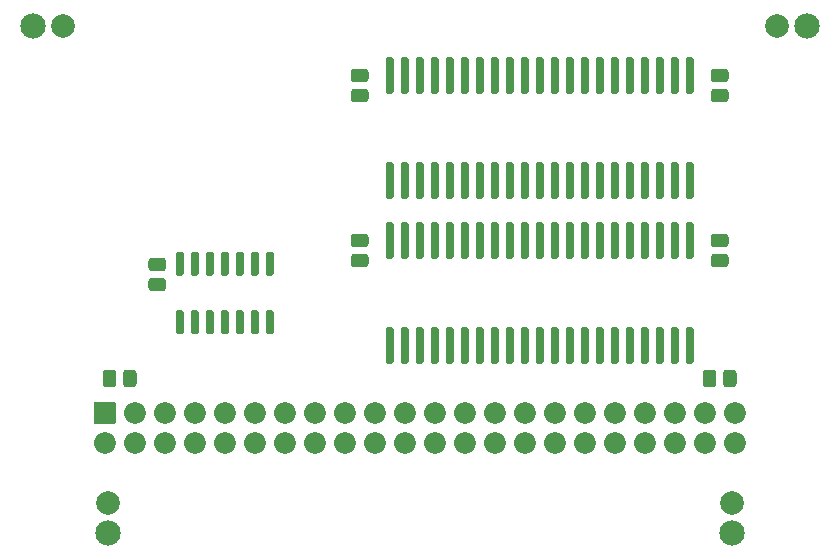
<source format=gts>
G04 #@! TF.GenerationSoftware,KiCad,Pcbnew,(5.1.10-1-10_14)*
G04 #@! TF.CreationDate,2021-11-18T23:27:22-05:00*
G04 #@! TF.ProjectId,MacClassicRAMCard,4d616343-6c61-4737-9369-6352414d4361,rev?*
G04 #@! TF.SameCoordinates,Original*
G04 #@! TF.FileFunction,Soldermask,Top*
G04 #@! TF.FilePolarity,Negative*
%FSLAX46Y46*%
G04 Gerber Fmt 4.6, Leading zero omitted, Abs format (unit mm)*
G04 Created by KiCad (PCBNEW (5.1.10-1-10_14)) date 2021-11-18 23:27:22*
%MOMM*%
%LPD*%
G01*
G04 APERTURE LIST*
%ADD10O,1.850000X1.850000*%
%ADD11C,2.000000*%
%ADD12C,2.150000*%
G04 APERTURE END LIST*
D10*
X147320000Y-125730000D03*
X147320000Y-123190000D03*
X144780000Y-125730000D03*
X144780000Y-123190000D03*
X142240000Y-125730000D03*
X142240000Y-123190000D03*
X139700000Y-125730000D03*
X139700000Y-123190000D03*
X137160000Y-125730000D03*
X137160000Y-123190000D03*
X134620000Y-125730000D03*
X134620000Y-123190000D03*
X132080000Y-125730000D03*
X132080000Y-123190000D03*
X129540000Y-125730000D03*
X129540000Y-123190000D03*
X127000000Y-125730000D03*
X127000000Y-123190000D03*
X124460000Y-125730000D03*
X124460000Y-123190000D03*
X121920000Y-125730000D03*
X121920000Y-123190000D03*
X119380000Y-125730000D03*
X119380000Y-123190000D03*
X116840000Y-125730000D03*
X116840000Y-123190000D03*
X114300000Y-125730000D03*
X114300000Y-123190000D03*
X111760000Y-125730000D03*
X111760000Y-123190000D03*
X109220000Y-125730000D03*
X109220000Y-123190000D03*
X106680000Y-125730000D03*
X106680000Y-123190000D03*
X104140000Y-125730000D03*
X104140000Y-123190000D03*
X101600000Y-125730000D03*
X101600000Y-123190000D03*
X99060000Y-125730000D03*
X99060000Y-123190000D03*
X96520000Y-125730000D03*
X96520000Y-123190000D03*
X93980000Y-125730000D03*
G36*
G01*
X94830000Y-124115000D02*
X93130000Y-124115000D01*
G75*
G02*
X93055000Y-124040000I0J75000D01*
G01*
X93055000Y-122340000D01*
G75*
G02*
X93130000Y-122265000I75000J0D01*
G01*
X94830000Y-122265000D01*
G75*
G02*
X94905000Y-122340000I0J-75000D01*
G01*
X94905000Y-124040000D01*
G75*
G02*
X94830000Y-124115000I-75000J0D01*
G01*
G37*
D11*
X147066000Y-130810000D03*
D12*
X94234000Y-133350000D03*
X147066000Y-133350000D03*
D11*
X94234000Y-130810000D03*
G36*
G01*
X115107500Y-109710000D02*
X116032500Y-109710000D01*
G75*
G02*
X116320000Y-109997500I0J-287500D01*
G01*
X116320000Y-110572500D01*
G75*
G02*
X116032500Y-110860000I-287500J0D01*
G01*
X115107500Y-110860000D01*
G75*
G02*
X114820000Y-110572500I0J287500D01*
G01*
X114820000Y-109997500D01*
G75*
G02*
X115107500Y-109710000I287500J0D01*
G01*
G37*
G36*
G01*
X115107500Y-108010000D02*
X116032500Y-108010000D01*
G75*
G02*
X116320000Y-108297500I0J-287500D01*
G01*
X116320000Y-108872500D01*
G75*
G02*
X116032500Y-109160000I-287500J0D01*
G01*
X115107500Y-109160000D01*
G75*
G02*
X114820000Y-108872500I0J287500D01*
G01*
X114820000Y-108297500D01*
G75*
G02*
X115107500Y-108010000I287500J0D01*
G01*
G37*
G36*
G01*
X146325000Y-120731500D02*
X146325000Y-119806500D01*
G75*
G02*
X146612500Y-119519000I287500J0D01*
G01*
X147187500Y-119519000D01*
G75*
G02*
X147475000Y-119806500I0J-287500D01*
G01*
X147475000Y-120731500D01*
G75*
G02*
X147187500Y-121019000I-287500J0D01*
G01*
X146612500Y-121019000D01*
G75*
G02*
X146325000Y-120731500I0J287500D01*
G01*
G37*
G36*
G01*
X144625000Y-120731500D02*
X144625000Y-119806500D01*
G75*
G02*
X144912500Y-119519000I287500J0D01*
G01*
X145487500Y-119519000D01*
G75*
G02*
X145775000Y-119806500I0J-287500D01*
G01*
X145775000Y-120731500D01*
G75*
G02*
X145487500Y-121019000I-287500J0D01*
G01*
X144912500Y-121019000D01*
G75*
G02*
X144625000Y-120731500I0J287500D01*
G01*
G37*
D12*
X87884000Y-90424000D03*
D11*
X90424000Y-90424000D03*
X150876000Y-90424000D03*
D12*
X153416000Y-90424000D03*
G36*
G01*
X145587500Y-95740000D02*
X146512500Y-95740000D01*
G75*
G02*
X146800000Y-96027500I0J-287500D01*
G01*
X146800000Y-96602500D01*
G75*
G02*
X146512500Y-96890000I-287500J0D01*
G01*
X145587500Y-96890000D01*
G75*
G02*
X145300000Y-96602500I0J287500D01*
G01*
X145300000Y-96027500D01*
G75*
G02*
X145587500Y-95740000I287500J0D01*
G01*
G37*
G36*
G01*
X145587500Y-94040000D02*
X146512500Y-94040000D01*
G75*
G02*
X146800000Y-94327500I0J-287500D01*
G01*
X146800000Y-94902500D01*
G75*
G02*
X146512500Y-95190000I-287500J0D01*
G01*
X145587500Y-95190000D01*
G75*
G02*
X145300000Y-94902500I0J287500D01*
G01*
X145300000Y-94327500D01*
G75*
G02*
X145587500Y-94040000I287500J0D01*
G01*
G37*
G36*
G01*
X115107500Y-95740000D02*
X116032500Y-95740000D01*
G75*
G02*
X116320000Y-96027500I0J-287500D01*
G01*
X116320000Y-96602500D01*
G75*
G02*
X116032500Y-96890000I-287500J0D01*
G01*
X115107500Y-96890000D01*
G75*
G02*
X114820000Y-96602500I0J287500D01*
G01*
X114820000Y-96027500D01*
G75*
G02*
X115107500Y-95740000I287500J0D01*
G01*
G37*
G36*
G01*
X115107500Y-94040000D02*
X116032500Y-94040000D01*
G75*
G02*
X116320000Y-94327500I0J-287500D01*
G01*
X116320000Y-94902500D01*
G75*
G02*
X116032500Y-95190000I-287500J0D01*
G01*
X115107500Y-95190000D01*
G75*
G02*
X114820000Y-94902500I0J287500D01*
G01*
X114820000Y-94327500D01*
G75*
G02*
X115107500Y-94040000I287500J0D01*
G01*
G37*
G36*
G01*
X145587500Y-108010000D02*
X146512500Y-108010000D01*
G75*
G02*
X146800000Y-108297500I0J-287500D01*
G01*
X146800000Y-108872500D01*
G75*
G02*
X146512500Y-109160000I-287500J0D01*
G01*
X145587500Y-109160000D01*
G75*
G02*
X145300000Y-108872500I0J287500D01*
G01*
X145300000Y-108297500D01*
G75*
G02*
X145587500Y-108010000I287500J0D01*
G01*
G37*
G36*
G01*
X145587500Y-109710000D02*
X146512500Y-109710000D01*
G75*
G02*
X146800000Y-109997500I0J-287500D01*
G01*
X146800000Y-110572500D01*
G75*
G02*
X146512500Y-110860000I-287500J0D01*
G01*
X145587500Y-110860000D01*
G75*
G02*
X145300000Y-110572500I0J287500D01*
G01*
X145300000Y-109997500D01*
G75*
G02*
X145587500Y-109710000I287500J0D01*
G01*
G37*
G36*
G01*
X97962500Y-110042000D02*
X98887500Y-110042000D01*
G75*
G02*
X99175000Y-110329500I0J-287500D01*
G01*
X99175000Y-110904500D01*
G75*
G02*
X98887500Y-111192000I-287500J0D01*
G01*
X97962500Y-111192000D01*
G75*
G02*
X97675000Y-110904500I0J287500D01*
G01*
X97675000Y-110329500D01*
G75*
G02*
X97962500Y-110042000I287500J0D01*
G01*
G37*
G36*
G01*
X97962500Y-111742000D02*
X98887500Y-111742000D01*
G75*
G02*
X99175000Y-112029500I0J-287500D01*
G01*
X99175000Y-112604500D01*
G75*
G02*
X98887500Y-112892000I-287500J0D01*
G01*
X97962500Y-112892000D01*
G75*
G02*
X97675000Y-112604500I0J287500D01*
G01*
X97675000Y-112029500D01*
G75*
G02*
X97962500Y-111742000I287500J0D01*
G01*
G37*
G36*
G01*
X100505000Y-111580000D02*
X100155000Y-111580000D01*
G75*
G02*
X99980000Y-111405000I0J175000D01*
G01*
X99980000Y-109705000D01*
G75*
G02*
X100155000Y-109530000I175000J0D01*
G01*
X100505000Y-109530000D01*
G75*
G02*
X100680000Y-109705000I0J-175000D01*
G01*
X100680000Y-111405000D01*
G75*
G02*
X100505000Y-111580000I-175000J0D01*
G01*
G37*
G36*
G01*
X108125000Y-116530000D02*
X107775000Y-116530000D01*
G75*
G02*
X107600000Y-116355000I0J175000D01*
G01*
X107600000Y-114655000D01*
G75*
G02*
X107775000Y-114480000I175000J0D01*
G01*
X108125000Y-114480000D01*
G75*
G02*
X108300000Y-114655000I0J-175000D01*
G01*
X108300000Y-116355000D01*
G75*
G02*
X108125000Y-116530000I-175000J0D01*
G01*
G37*
G36*
G01*
X103045000Y-111580000D02*
X102695000Y-111580000D01*
G75*
G02*
X102520000Y-111405000I0J175000D01*
G01*
X102520000Y-109705000D01*
G75*
G02*
X102695000Y-109530000I175000J0D01*
G01*
X103045000Y-109530000D01*
G75*
G02*
X103220000Y-109705000I0J-175000D01*
G01*
X103220000Y-111405000D01*
G75*
G02*
X103045000Y-111580000I-175000J0D01*
G01*
G37*
G36*
G01*
X108125000Y-111580000D02*
X107775000Y-111580000D01*
G75*
G02*
X107600000Y-111405000I0J175000D01*
G01*
X107600000Y-109705000D01*
G75*
G02*
X107775000Y-109530000I175000J0D01*
G01*
X108125000Y-109530000D01*
G75*
G02*
X108300000Y-109705000I0J-175000D01*
G01*
X108300000Y-111405000D01*
G75*
G02*
X108125000Y-111580000I-175000J0D01*
G01*
G37*
G36*
G01*
X101775000Y-111580000D02*
X101425000Y-111580000D01*
G75*
G02*
X101250000Y-111405000I0J175000D01*
G01*
X101250000Y-109705000D01*
G75*
G02*
X101425000Y-109530000I175000J0D01*
G01*
X101775000Y-109530000D01*
G75*
G02*
X101950000Y-109705000I0J-175000D01*
G01*
X101950000Y-111405000D01*
G75*
G02*
X101775000Y-111580000I-175000J0D01*
G01*
G37*
G36*
G01*
X106855000Y-116530000D02*
X106505000Y-116530000D01*
G75*
G02*
X106330000Y-116355000I0J175000D01*
G01*
X106330000Y-114655000D01*
G75*
G02*
X106505000Y-114480000I175000J0D01*
G01*
X106855000Y-114480000D01*
G75*
G02*
X107030000Y-114655000I0J-175000D01*
G01*
X107030000Y-116355000D01*
G75*
G02*
X106855000Y-116530000I-175000J0D01*
G01*
G37*
G36*
G01*
X106855000Y-111580000D02*
X106505000Y-111580000D01*
G75*
G02*
X106330000Y-111405000I0J175000D01*
G01*
X106330000Y-109705000D01*
G75*
G02*
X106505000Y-109530000I175000J0D01*
G01*
X106855000Y-109530000D01*
G75*
G02*
X107030000Y-109705000I0J-175000D01*
G01*
X107030000Y-111405000D01*
G75*
G02*
X106855000Y-111580000I-175000J0D01*
G01*
G37*
G36*
G01*
X105585000Y-111580000D02*
X105235000Y-111580000D01*
G75*
G02*
X105060000Y-111405000I0J175000D01*
G01*
X105060000Y-109705000D01*
G75*
G02*
X105235000Y-109530000I175000J0D01*
G01*
X105585000Y-109530000D01*
G75*
G02*
X105760000Y-109705000I0J-175000D01*
G01*
X105760000Y-111405000D01*
G75*
G02*
X105585000Y-111580000I-175000J0D01*
G01*
G37*
G36*
G01*
X104315000Y-111580000D02*
X103965000Y-111580000D01*
G75*
G02*
X103790000Y-111405000I0J175000D01*
G01*
X103790000Y-109705000D01*
G75*
G02*
X103965000Y-109530000I175000J0D01*
G01*
X104315000Y-109530000D01*
G75*
G02*
X104490000Y-109705000I0J-175000D01*
G01*
X104490000Y-111405000D01*
G75*
G02*
X104315000Y-111580000I-175000J0D01*
G01*
G37*
G36*
G01*
X101775000Y-116530000D02*
X101425000Y-116530000D01*
G75*
G02*
X101250000Y-116355000I0J175000D01*
G01*
X101250000Y-114655000D01*
G75*
G02*
X101425000Y-114480000I175000J0D01*
G01*
X101775000Y-114480000D01*
G75*
G02*
X101950000Y-114655000I0J-175000D01*
G01*
X101950000Y-116355000D01*
G75*
G02*
X101775000Y-116530000I-175000J0D01*
G01*
G37*
G36*
G01*
X100505000Y-116530000D02*
X100155000Y-116530000D01*
G75*
G02*
X99980000Y-116355000I0J175000D01*
G01*
X99980000Y-114655000D01*
G75*
G02*
X100155000Y-114480000I175000J0D01*
G01*
X100505000Y-114480000D01*
G75*
G02*
X100680000Y-114655000I0J-175000D01*
G01*
X100680000Y-116355000D01*
G75*
G02*
X100505000Y-116530000I-175000J0D01*
G01*
G37*
G36*
G01*
X104315000Y-116530000D02*
X103965000Y-116530000D01*
G75*
G02*
X103790000Y-116355000I0J175000D01*
G01*
X103790000Y-114655000D01*
G75*
G02*
X103965000Y-114480000I175000J0D01*
G01*
X104315000Y-114480000D01*
G75*
G02*
X104490000Y-114655000I0J-175000D01*
G01*
X104490000Y-116355000D01*
G75*
G02*
X104315000Y-116530000I-175000J0D01*
G01*
G37*
G36*
G01*
X103045000Y-116530000D02*
X102695000Y-116530000D01*
G75*
G02*
X102520000Y-116355000I0J175000D01*
G01*
X102520000Y-114655000D01*
G75*
G02*
X102695000Y-114480000I175000J0D01*
G01*
X103045000Y-114480000D01*
G75*
G02*
X103220000Y-114655000I0J-175000D01*
G01*
X103220000Y-116355000D01*
G75*
G02*
X103045000Y-116530000I-175000J0D01*
G01*
G37*
G36*
G01*
X105585000Y-116530000D02*
X105235000Y-116530000D01*
G75*
G02*
X105060000Y-116355000I0J175000D01*
G01*
X105060000Y-114655000D01*
G75*
G02*
X105235000Y-114480000I175000J0D01*
G01*
X105585000Y-114480000D01*
G75*
G02*
X105760000Y-114655000I0J-175000D01*
G01*
X105760000Y-116355000D01*
G75*
G02*
X105585000Y-116530000I-175000J0D01*
G01*
G37*
G36*
G01*
X96675000Y-119806500D02*
X96675000Y-120731500D01*
G75*
G02*
X96387500Y-121019000I-287500J0D01*
G01*
X95812500Y-121019000D01*
G75*
G02*
X95525000Y-120731500I0J287500D01*
G01*
X95525000Y-119806500D01*
G75*
G02*
X95812500Y-119519000I287500J0D01*
G01*
X96387500Y-119519000D01*
G75*
G02*
X96675000Y-119806500I0J-287500D01*
G01*
G37*
G36*
G01*
X94975000Y-119806500D02*
X94975000Y-120731500D01*
G75*
G02*
X94687500Y-121019000I-287500J0D01*
G01*
X94112500Y-121019000D01*
G75*
G02*
X93825000Y-120731500I0J287500D01*
G01*
X93825000Y-119806500D01*
G75*
G02*
X94112500Y-119519000I287500J0D01*
G01*
X94687500Y-119519000D01*
G75*
G02*
X94975000Y-119806500I0J-287500D01*
G01*
G37*
G36*
G01*
X125555000Y-101931000D02*
X125905000Y-101931000D01*
G75*
G02*
X126080000Y-102106000I0J-175000D01*
G01*
X126080000Y-104904000D01*
G75*
G02*
X125905000Y-105079000I-175000J0D01*
G01*
X125555000Y-105079000D01*
G75*
G02*
X125380000Y-104904000I0J175000D01*
G01*
X125380000Y-102106000D01*
G75*
G02*
X125555000Y-101931000I175000J0D01*
G01*
G37*
G36*
G01*
X124285000Y-101931000D02*
X124635000Y-101931000D01*
G75*
G02*
X124810000Y-102106000I0J-175000D01*
G01*
X124810000Y-104904000D01*
G75*
G02*
X124635000Y-105079000I-175000J0D01*
G01*
X124285000Y-105079000D01*
G75*
G02*
X124110000Y-104904000I0J175000D01*
G01*
X124110000Y-102106000D01*
G75*
G02*
X124285000Y-101931000I175000J0D01*
G01*
G37*
G36*
G01*
X126825000Y-93041000D02*
X127175000Y-93041000D01*
G75*
G02*
X127350000Y-93216000I0J-175000D01*
G01*
X127350000Y-96014000D01*
G75*
G02*
X127175000Y-96189000I-175000J0D01*
G01*
X126825000Y-96189000D01*
G75*
G02*
X126650000Y-96014000I0J175000D01*
G01*
X126650000Y-93216000D01*
G75*
G02*
X126825000Y-93041000I175000J0D01*
G01*
G37*
G36*
G01*
X134445000Y-93041000D02*
X134795000Y-93041000D01*
G75*
G02*
X134970000Y-93216000I0J-175000D01*
G01*
X134970000Y-96014000D01*
G75*
G02*
X134795000Y-96189000I-175000J0D01*
G01*
X134445000Y-96189000D01*
G75*
G02*
X134270000Y-96014000I0J175000D01*
G01*
X134270000Y-93216000D01*
G75*
G02*
X134445000Y-93041000I175000J0D01*
G01*
G37*
G36*
G01*
X136985000Y-93041000D02*
X137335000Y-93041000D01*
G75*
G02*
X137510000Y-93216000I0J-175000D01*
G01*
X137510000Y-96014000D01*
G75*
G02*
X137335000Y-96189000I-175000J0D01*
G01*
X136985000Y-96189000D01*
G75*
G02*
X136810000Y-96014000I0J175000D01*
G01*
X136810000Y-93216000D01*
G75*
G02*
X136985000Y-93041000I175000J0D01*
G01*
G37*
G36*
G01*
X143335000Y-93041000D02*
X143685000Y-93041000D01*
G75*
G02*
X143860000Y-93216000I0J-175000D01*
G01*
X143860000Y-96014000D01*
G75*
G02*
X143685000Y-96189000I-175000J0D01*
G01*
X143335000Y-96189000D01*
G75*
G02*
X143160000Y-96014000I0J175000D01*
G01*
X143160000Y-93216000D01*
G75*
G02*
X143335000Y-93041000I175000J0D01*
G01*
G37*
G36*
G01*
X142065000Y-93041000D02*
X142415000Y-93041000D01*
G75*
G02*
X142590000Y-93216000I0J-175000D01*
G01*
X142590000Y-96014000D01*
G75*
G02*
X142415000Y-96189000I-175000J0D01*
G01*
X142065000Y-96189000D01*
G75*
G02*
X141890000Y-96014000I0J175000D01*
G01*
X141890000Y-93216000D01*
G75*
G02*
X142065000Y-93041000I175000J0D01*
G01*
G37*
G36*
G01*
X140795000Y-93041000D02*
X141145000Y-93041000D01*
G75*
G02*
X141320000Y-93216000I0J-175000D01*
G01*
X141320000Y-96014000D01*
G75*
G02*
X141145000Y-96189000I-175000J0D01*
G01*
X140795000Y-96189000D01*
G75*
G02*
X140620000Y-96014000I0J175000D01*
G01*
X140620000Y-93216000D01*
G75*
G02*
X140795000Y-93041000I175000J0D01*
G01*
G37*
G36*
G01*
X139525000Y-93041000D02*
X139875000Y-93041000D01*
G75*
G02*
X140050000Y-93216000I0J-175000D01*
G01*
X140050000Y-96014000D01*
G75*
G02*
X139875000Y-96189000I-175000J0D01*
G01*
X139525000Y-96189000D01*
G75*
G02*
X139350000Y-96014000I0J175000D01*
G01*
X139350000Y-93216000D01*
G75*
G02*
X139525000Y-93041000I175000J0D01*
G01*
G37*
G36*
G01*
X138255000Y-93041000D02*
X138605000Y-93041000D01*
G75*
G02*
X138780000Y-93216000I0J-175000D01*
G01*
X138780000Y-96014000D01*
G75*
G02*
X138605000Y-96189000I-175000J0D01*
G01*
X138255000Y-96189000D01*
G75*
G02*
X138080000Y-96014000I0J175000D01*
G01*
X138080000Y-93216000D01*
G75*
G02*
X138255000Y-93041000I175000J0D01*
G01*
G37*
G36*
G01*
X133175000Y-93041000D02*
X133525000Y-93041000D01*
G75*
G02*
X133700000Y-93216000I0J-175000D01*
G01*
X133700000Y-96014000D01*
G75*
G02*
X133525000Y-96189000I-175000J0D01*
G01*
X133175000Y-96189000D01*
G75*
G02*
X133000000Y-96014000I0J175000D01*
G01*
X133000000Y-93216000D01*
G75*
G02*
X133175000Y-93041000I175000J0D01*
G01*
G37*
G36*
G01*
X131905000Y-93041000D02*
X132255000Y-93041000D01*
G75*
G02*
X132430000Y-93216000I0J-175000D01*
G01*
X132430000Y-96014000D01*
G75*
G02*
X132255000Y-96189000I-175000J0D01*
G01*
X131905000Y-96189000D01*
G75*
G02*
X131730000Y-96014000I0J175000D01*
G01*
X131730000Y-93216000D01*
G75*
G02*
X131905000Y-93041000I175000J0D01*
G01*
G37*
G36*
G01*
X130635000Y-93041000D02*
X130985000Y-93041000D01*
G75*
G02*
X131160000Y-93216000I0J-175000D01*
G01*
X131160000Y-96014000D01*
G75*
G02*
X130985000Y-96189000I-175000J0D01*
G01*
X130635000Y-96189000D01*
G75*
G02*
X130460000Y-96014000I0J175000D01*
G01*
X130460000Y-93216000D01*
G75*
G02*
X130635000Y-93041000I175000J0D01*
G01*
G37*
G36*
G01*
X129365000Y-93041000D02*
X129715000Y-93041000D01*
G75*
G02*
X129890000Y-93216000I0J-175000D01*
G01*
X129890000Y-96014000D01*
G75*
G02*
X129715000Y-96189000I-175000J0D01*
G01*
X129365000Y-96189000D01*
G75*
G02*
X129190000Y-96014000I0J175000D01*
G01*
X129190000Y-93216000D01*
G75*
G02*
X129365000Y-93041000I175000J0D01*
G01*
G37*
G36*
G01*
X128095000Y-93041000D02*
X128445000Y-93041000D01*
G75*
G02*
X128620000Y-93216000I0J-175000D01*
G01*
X128620000Y-96014000D01*
G75*
G02*
X128445000Y-96189000I-175000J0D01*
G01*
X128095000Y-96189000D01*
G75*
G02*
X127920000Y-96014000I0J175000D01*
G01*
X127920000Y-93216000D01*
G75*
G02*
X128095000Y-93041000I175000J0D01*
G01*
G37*
G36*
G01*
X117935000Y-101931000D02*
X118285000Y-101931000D01*
G75*
G02*
X118460000Y-102106000I0J-175000D01*
G01*
X118460000Y-104904000D01*
G75*
G02*
X118285000Y-105079000I-175000J0D01*
G01*
X117935000Y-105079000D01*
G75*
G02*
X117760000Y-104904000I0J175000D01*
G01*
X117760000Y-102106000D01*
G75*
G02*
X117935000Y-101931000I175000J0D01*
G01*
G37*
G36*
G01*
X119205000Y-101931000D02*
X119555000Y-101931000D01*
G75*
G02*
X119730000Y-102106000I0J-175000D01*
G01*
X119730000Y-104904000D01*
G75*
G02*
X119555000Y-105079000I-175000J0D01*
G01*
X119205000Y-105079000D01*
G75*
G02*
X119030000Y-104904000I0J175000D01*
G01*
X119030000Y-102106000D01*
G75*
G02*
X119205000Y-101931000I175000J0D01*
G01*
G37*
G36*
G01*
X120475000Y-101931000D02*
X120825000Y-101931000D01*
G75*
G02*
X121000000Y-102106000I0J-175000D01*
G01*
X121000000Y-104904000D01*
G75*
G02*
X120825000Y-105079000I-175000J0D01*
G01*
X120475000Y-105079000D01*
G75*
G02*
X120300000Y-104904000I0J175000D01*
G01*
X120300000Y-102106000D01*
G75*
G02*
X120475000Y-101931000I175000J0D01*
G01*
G37*
G36*
G01*
X121745000Y-101931000D02*
X122095000Y-101931000D01*
G75*
G02*
X122270000Y-102106000I0J-175000D01*
G01*
X122270000Y-104904000D01*
G75*
G02*
X122095000Y-105079000I-175000J0D01*
G01*
X121745000Y-105079000D01*
G75*
G02*
X121570000Y-104904000I0J175000D01*
G01*
X121570000Y-102106000D01*
G75*
G02*
X121745000Y-101931000I175000J0D01*
G01*
G37*
G36*
G01*
X123015000Y-101931000D02*
X123365000Y-101931000D01*
G75*
G02*
X123540000Y-102106000I0J-175000D01*
G01*
X123540000Y-104904000D01*
G75*
G02*
X123365000Y-105079000I-175000J0D01*
G01*
X123015000Y-105079000D01*
G75*
G02*
X122840000Y-104904000I0J175000D01*
G01*
X122840000Y-102106000D01*
G75*
G02*
X123015000Y-101931000I175000J0D01*
G01*
G37*
G36*
G01*
X135715000Y-93041000D02*
X136065000Y-93041000D01*
G75*
G02*
X136240000Y-93216000I0J-175000D01*
G01*
X136240000Y-96014000D01*
G75*
G02*
X136065000Y-96189000I-175000J0D01*
G01*
X135715000Y-96189000D01*
G75*
G02*
X135540000Y-96014000I0J175000D01*
G01*
X135540000Y-93216000D01*
G75*
G02*
X135715000Y-93041000I175000J0D01*
G01*
G37*
G36*
G01*
X125555000Y-93041000D02*
X125905000Y-93041000D01*
G75*
G02*
X126080000Y-93216000I0J-175000D01*
G01*
X126080000Y-96014000D01*
G75*
G02*
X125905000Y-96189000I-175000J0D01*
G01*
X125555000Y-96189000D01*
G75*
G02*
X125380000Y-96014000I0J175000D01*
G01*
X125380000Y-93216000D01*
G75*
G02*
X125555000Y-93041000I175000J0D01*
G01*
G37*
G36*
G01*
X124285000Y-93041000D02*
X124635000Y-93041000D01*
G75*
G02*
X124810000Y-93216000I0J-175000D01*
G01*
X124810000Y-96014000D01*
G75*
G02*
X124635000Y-96189000I-175000J0D01*
G01*
X124285000Y-96189000D01*
G75*
G02*
X124110000Y-96014000I0J175000D01*
G01*
X124110000Y-93216000D01*
G75*
G02*
X124285000Y-93041000I175000J0D01*
G01*
G37*
G36*
G01*
X123015000Y-93041000D02*
X123365000Y-93041000D01*
G75*
G02*
X123540000Y-93216000I0J-175000D01*
G01*
X123540000Y-96014000D01*
G75*
G02*
X123365000Y-96189000I-175000J0D01*
G01*
X123015000Y-96189000D01*
G75*
G02*
X122840000Y-96014000I0J175000D01*
G01*
X122840000Y-93216000D01*
G75*
G02*
X123015000Y-93041000I175000J0D01*
G01*
G37*
G36*
G01*
X121745000Y-93041000D02*
X122095000Y-93041000D01*
G75*
G02*
X122270000Y-93216000I0J-175000D01*
G01*
X122270000Y-96014000D01*
G75*
G02*
X122095000Y-96189000I-175000J0D01*
G01*
X121745000Y-96189000D01*
G75*
G02*
X121570000Y-96014000I0J175000D01*
G01*
X121570000Y-93216000D01*
G75*
G02*
X121745000Y-93041000I175000J0D01*
G01*
G37*
G36*
G01*
X120475000Y-93041000D02*
X120825000Y-93041000D01*
G75*
G02*
X121000000Y-93216000I0J-175000D01*
G01*
X121000000Y-96014000D01*
G75*
G02*
X120825000Y-96189000I-175000J0D01*
G01*
X120475000Y-96189000D01*
G75*
G02*
X120300000Y-96014000I0J175000D01*
G01*
X120300000Y-93216000D01*
G75*
G02*
X120475000Y-93041000I175000J0D01*
G01*
G37*
G36*
G01*
X135715000Y-101931000D02*
X136065000Y-101931000D01*
G75*
G02*
X136240000Y-102106000I0J-175000D01*
G01*
X136240000Y-104904000D01*
G75*
G02*
X136065000Y-105079000I-175000J0D01*
G01*
X135715000Y-105079000D01*
G75*
G02*
X135540000Y-104904000I0J175000D01*
G01*
X135540000Y-102106000D01*
G75*
G02*
X135715000Y-101931000I175000J0D01*
G01*
G37*
G36*
G01*
X134445000Y-101931000D02*
X134795000Y-101931000D01*
G75*
G02*
X134970000Y-102106000I0J-175000D01*
G01*
X134970000Y-104904000D01*
G75*
G02*
X134795000Y-105079000I-175000J0D01*
G01*
X134445000Y-105079000D01*
G75*
G02*
X134270000Y-104904000I0J175000D01*
G01*
X134270000Y-102106000D01*
G75*
G02*
X134445000Y-101931000I175000J0D01*
G01*
G37*
G36*
G01*
X126825000Y-101931000D02*
X127175000Y-101931000D01*
G75*
G02*
X127350000Y-102106000I0J-175000D01*
G01*
X127350000Y-104904000D01*
G75*
G02*
X127175000Y-105079000I-175000J0D01*
G01*
X126825000Y-105079000D01*
G75*
G02*
X126650000Y-104904000I0J175000D01*
G01*
X126650000Y-102106000D01*
G75*
G02*
X126825000Y-101931000I175000J0D01*
G01*
G37*
G36*
G01*
X128095000Y-101931000D02*
X128445000Y-101931000D01*
G75*
G02*
X128620000Y-102106000I0J-175000D01*
G01*
X128620000Y-104904000D01*
G75*
G02*
X128445000Y-105079000I-175000J0D01*
G01*
X128095000Y-105079000D01*
G75*
G02*
X127920000Y-104904000I0J175000D01*
G01*
X127920000Y-102106000D01*
G75*
G02*
X128095000Y-101931000I175000J0D01*
G01*
G37*
G36*
G01*
X129365000Y-101931000D02*
X129715000Y-101931000D01*
G75*
G02*
X129890000Y-102106000I0J-175000D01*
G01*
X129890000Y-104904000D01*
G75*
G02*
X129715000Y-105079000I-175000J0D01*
G01*
X129365000Y-105079000D01*
G75*
G02*
X129190000Y-104904000I0J175000D01*
G01*
X129190000Y-102106000D01*
G75*
G02*
X129365000Y-101931000I175000J0D01*
G01*
G37*
G36*
G01*
X130635000Y-101931000D02*
X130985000Y-101931000D01*
G75*
G02*
X131160000Y-102106000I0J-175000D01*
G01*
X131160000Y-104904000D01*
G75*
G02*
X130985000Y-105079000I-175000J0D01*
G01*
X130635000Y-105079000D01*
G75*
G02*
X130460000Y-104904000I0J175000D01*
G01*
X130460000Y-102106000D01*
G75*
G02*
X130635000Y-101931000I175000J0D01*
G01*
G37*
G36*
G01*
X131905000Y-101931000D02*
X132255000Y-101931000D01*
G75*
G02*
X132430000Y-102106000I0J-175000D01*
G01*
X132430000Y-104904000D01*
G75*
G02*
X132255000Y-105079000I-175000J0D01*
G01*
X131905000Y-105079000D01*
G75*
G02*
X131730000Y-104904000I0J175000D01*
G01*
X131730000Y-102106000D01*
G75*
G02*
X131905000Y-101931000I175000J0D01*
G01*
G37*
G36*
G01*
X133175000Y-101931000D02*
X133525000Y-101931000D01*
G75*
G02*
X133700000Y-102106000I0J-175000D01*
G01*
X133700000Y-104904000D01*
G75*
G02*
X133525000Y-105079000I-175000J0D01*
G01*
X133175000Y-105079000D01*
G75*
G02*
X133000000Y-104904000I0J175000D01*
G01*
X133000000Y-102106000D01*
G75*
G02*
X133175000Y-101931000I175000J0D01*
G01*
G37*
G36*
G01*
X136985000Y-101931000D02*
X137335000Y-101931000D01*
G75*
G02*
X137510000Y-102106000I0J-175000D01*
G01*
X137510000Y-104904000D01*
G75*
G02*
X137335000Y-105079000I-175000J0D01*
G01*
X136985000Y-105079000D01*
G75*
G02*
X136810000Y-104904000I0J175000D01*
G01*
X136810000Y-102106000D01*
G75*
G02*
X136985000Y-101931000I175000J0D01*
G01*
G37*
G36*
G01*
X138255000Y-101931000D02*
X138605000Y-101931000D01*
G75*
G02*
X138780000Y-102106000I0J-175000D01*
G01*
X138780000Y-104904000D01*
G75*
G02*
X138605000Y-105079000I-175000J0D01*
G01*
X138255000Y-105079000D01*
G75*
G02*
X138080000Y-104904000I0J175000D01*
G01*
X138080000Y-102106000D01*
G75*
G02*
X138255000Y-101931000I175000J0D01*
G01*
G37*
G36*
G01*
X140795000Y-101931000D02*
X141145000Y-101931000D01*
G75*
G02*
X141320000Y-102106000I0J-175000D01*
G01*
X141320000Y-104904000D01*
G75*
G02*
X141145000Y-105079000I-175000J0D01*
G01*
X140795000Y-105079000D01*
G75*
G02*
X140620000Y-104904000I0J175000D01*
G01*
X140620000Y-102106000D01*
G75*
G02*
X140795000Y-101931000I175000J0D01*
G01*
G37*
G36*
G01*
X139525000Y-101931000D02*
X139875000Y-101931000D01*
G75*
G02*
X140050000Y-102106000I0J-175000D01*
G01*
X140050000Y-104904000D01*
G75*
G02*
X139875000Y-105079000I-175000J0D01*
G01*
X139525000Y-105079000D01*
G75*
G02*
X139350000Y-104904000I0J175000D01*
G01*
X139350000Y-102106000D01*
G75*
G02*
X139525000Y-101931000I175000J0D01*
G01*
G37*
G36*
G01*
X117935000Y-93041000D02*
X118285000Y-93041000D01*
G75*
G02*
X118460000Y-93216000I0J-175000D01*
G01*
X118460000Y-96014000D01*
G75*
G02*
X118285000Y-96189000I-175000J0D01*
G01*
X117935000Y-96189000D01*
G75*
G02*
X117760000Y-96014000I0J175000D01*
G01*
X117760000Y-93216000D01*
G75*
G02*
X117935000Y-93041000I175000J0D01*
G01*
G37*
G36*
G01*
X119205000Y-93041000D02*
X119555000Y-93041000D01*
G75*
G02*
X119730000Y-93216000I0J-175000D01*
G01*
X119730000Y-96014000D01*
G75*
G02*
X119555000Y-96189000I-175000J0D01*
G01*
X119205000Y-96189000D01*
G75*
G02*
X119030000Y-96014000I0J175000D01*
G01*
X119030000Y-93216000D01*
G75*
G02*
X119205000Y-93041000I175000J0D01*
G01*
G37*
G36*
G01*
X143335000Y-101931000D02*
X143685000Y-101931000D01*
G75*
G02*
X143860000Y-102106000I0J-175000D01*
G01*
X143860000Y-104904000D01*
G75*
G02*
X143685000Y-105079000I-175000J0D01*
G01*
X143335000Y-105079000D01*
G75*
G02*
X143160000Y-104904000I0J175000D01*
G01*
X143160000Y-102106000D01*
G75*
G02*
X143335000Y-101931000I175000J0D01*
G01*
G37*
G36*
G01*
X142065000Y-101931000D02*
X142415000Y-101931000D01*
G75*
G02*
X142590000Y-102106000I0J-175000D01*
G01*
X142590000Y-104904000D01*
G75*
G02*
X142415000Y-105079000I-175000J0D01*
G01*
X142065000Y-105079000D01*
G75*
G02*
X141890000Y-104904000I0J175000D01*
G01*
X141890000Y-102106000D01*
G75*
G02*
X142065000Y-101931000I175000J0D01*
G01*
G37*
G36*
G01*
X142065000Y-115901000D02*
X142415000Y-115901000D01*
G75*
G02*
X142590000Y-116076000I0J-175000D01*
G01*
X142590000Y-118874000D01*
G75*
G02*
X142415000Y-119049000I-175000J0D01*
G01*
X142065000Y-119049000D01*
G75*
G02*
X141890000Y-118874000I0J175000D01*
G01*
X141890000Y-116076000D01*
G75*
G02*
X142065000Y-115901000I175000J0D01*
G01*
G37*
G36*
G01*
X143335000Y-115901000D02*
X143685000Y-115901000D01*
G75*
G02*
X143860000Y-116076000I0J-175000D01*
G01*
X143860000Y-118874000D01*
G75*
G02*
X143685000Y-119049000I-175000J0D01*
G01*
X143335000Y-119049000D01*
G75*
G02*
X143160000Y-118874000I0J175000D01*
G01*
X143160000Y-116076000D01*
G75*
G02*
X143335000Y-115901000I175000J0D01*
G01*
G37*
G36*
G01*
X119205000Y-107011000D02*
X119555000Y-107011000D01*
G75*
G02*
X119730000Y-107186000I0J-175000D01*
G01*
X119730000Y-109984000D01*
G75*
G02*
X119555000Y-110159000I-175000J0D01*
G01*
X119205000Y-110159000D01*
G75*
G02*
X119030000Y-109984000I0J175000D01*
G01*
X119030000Y-107186000D01*
G75*
G02*
X119205000Y-107011000I175000J0D01*
G01*
G37*
G36*
G01*
X117935000Y-107011000D02*
X118285000Y-107011000D01*
G75*
G02*
X118460000Y-107186000I0J-175000D01*
G01*
X118460000Y-109984000D01*
G75*
G02*
X118285000Y-110159000I-175000J0D01*
G01*
X117935000Y-110159000D01*
G75*
G02*
X117760000Y-109984000I0J175000D01*
G01*
X117760000Y-107186000D01*
G75*
G02*
X117935000Y-107011000I175000J0D01*
G01*
G37*
G36*
G01*
X139525000Y-115901000D02*
X139875000Y-115901000D01*
G75*
G02*
X140050000Y-116076000I0J-175000D01*
G01*
X140050000Y-118874000D01*
G75*
G02*
X139875000Y-119049000I-175000J0D01*
G01*
X139525000Y-119049000D01*
G75*
G02*
X139350000Y-118874000I0J175000D01*
G01*
X139350000Y-116076000D01*
G75*
G02*
X139525000Y-115901000I175000J0D01*
G01*
G37*
G36*
G01*
X140795000Y-115901000D02*
X141145000Y-115901000D01*
G75*
G02*
X141320000Y-116076000I0J-175000D01*
G01*
X141320000Y-118874000D01*
G75*
G02*
X141145000Y-119049000I-175000J0D01*
G01*
X140795000Y-119049000D01*
G75*
G02*
X140620000Y-118874000I0J175000D01*
G01*
X140620000Y-116076000D01*
G75*
G02*
X140795000Y-115901000I175000J0D01*
G01*
G37*
G36*
G01*
X138255000Y-115901000D02*
X138605000Y-115901000D01*
G75*
G02*
X138780000Y-116076000I0J-175000D01*
G01*
X138780000Y-118874000D01*
G75*
G02*
X138605000Y-119049000I-175000J0D01*
G01*
X138255000Y-119049000D01*
G75*
G02*
X138080000Y-118874000I0J175000D01*
G01*
X138080000Y-116076000D01*
G75*
G02*
X138255000Y-115901000I175000J0D01*
G01*
G37*
G36*
G01*
X136985000Y-115901000D02*
X137335000Y-115901000D01*
G75*
G02*
X137510000Y-116076000I0J-175000D01*
G01*
X137510000Y-118874000D01*
G75*
G02*
X137335000Y-119049000I-175000J0D01*
G01*
X136985000Y-119049000D01*
G75*
G02*
X136810000Y-118874000I0J175000D01*
G01*
X136810000Y-116076000D01*
G75*
G02*
X136985000Y-115901000I175000J0D01*
G01*
G37*
G36*
G01*
X133175000Y-115901000D02*
X133525000Y-115901000D01*
G75*
G02*
X133700000Y-116076000I0J-175000D01*
G01*
X133700000Y-118874000D01*
G75*
G02*
X133525000Y-119049000I-175000J0D01*
G01*
X133175000Y-119049000D01*
G75*
G02*
X133000000Y-118874000I0J175000D01*
G01*
X133000000Y-116076000D01*
G75*
G02*
X133175000Y-115901000I175000J0D01*
G01*
G37*
G36*
G01*
X131905000Y-115901000D02*
X132255000Y-115901000D01*
G75*
G02*
X132430000Y-116076000I0J-175000D01*
G01*
X132430000Y-118874000D01*
G75*
G02*
X132255000Y-119049000I-175000J0D01*
G01*
X131905000Y-119049000D01*
G75*
G02*
X131730000Y-118874000I0J175000D01*
G01*
X131730000Y-116076000D01*
G75*
G02*
X131905000Y-115901000I175000J0D01*
G01*
G37*
G36*
G01*
X130635000Y-115901000D02*
X130985000Y-115901000D01*
G75*
G02*
X131160000Y-116076000I0J-175000D01*
G01*
X131160000Y-118874000D01*
G75*
G02*
X130985000Y-119049000I-175000J0D01*
G01*
X130635000Y-119049000D01*
G75*
G02*
X130460000Y-118874000I0J175000D01*
G01*
X130460000Y-116076000D01*
G75*
G02*
X130635000Y-115901000I175000J0D01*
G01*
G37*
G36*
G01*
X129365000Y-115901000D02*
X129715000Y-115901000D01*
G75*
G02*
X129890000Y-116076000I0J-175000D01*
G01*
X129890000Y-118874000D01*
G75*
G02*
X129715000Y-119049000I-175000J0D01*
G01*
X129365000Y-119049000D01*
G75*
G02*
X129190000Y-118874000I0J175000D01*
G01*
X129190000Y-116076000D01*
G75*
G02*
X129365000Y-115901000I175000J0D01*
G01*
G37*
G36*
G01*
X128095000Y-115901000D02*
X128445000Y-115901000D01*
G75*
G02*
X128620000Y-116076000I0J-175000D01*
G01*
X128620000Y-118874000D01*
G75*
G02*
X128445000Y-119049000I-175000J0D01*
G01*
X128095000Y-119049000D01*
G75*
G02*
X127920000Y-118874000I0J175000D01*
G01*
X127920000Y-116076000D01*
G75*
G02*
X128095000Y-115901000I175000J0D01*
G01*
G37*
G36*
G01*
X126825000Y-115901000D02*
X127175000Y-115901000D01*
G75*
G02*
X127350000Y-116076000I0J-175000D01*
G01*
X127350000Y-118874000D01*
G75*
G02*
X127175000Y-119049000I-175000J0D01*
G01*
X126825000Y-119049000D01*
G75*
G02*
X126650000Y-118874000I0J175000D01*
G01*
X126650000Y-116076000D01*
G75*
G02*
X126825000Y-115901000I175000J0D01*
G01*
G37*
G36*
G01*
X134445000Y-115901000D02*
X134795000Y-115901000D01*
G75*
G02*
X134970000Y-116076000I0J-175000D01*
G01*
X134970000Y-118874000D01*
G75*
G02*
X134795000Y-119049000I-175000J0D01*
G01*
X134445000Y-119049000D01*
G75*
G02*
X134270000Y-118874000I0J175000D01*
G01*
X134270000Y-116076000D01*
G75*
G02*
X134445000Y-115901000I175000J0D01*
G01*
G37*
G36*
G01*
X135715000Y-115901000D02*
X136065000Y-115901000D01*
G75*
G02*
X136240000Y-116076000I0J-175000D01*
G01*
X136240000Y-118874000D01*
G75*
G02*
X136065000Y-119049000I-175000J0D01*
G01*
X135715000Y-119049000D01*
G75*
G02*
X135540000Y-118874000I0J175000D01*
G01*
X135540000Y-116076000D01*
G75*
G02*
X135715000Y-115901000I175000J0D01*
G01*
G37*
G36*
G01*
X120475000Y-107011000D02*
X120825000Y-107011000D01*
G75*
G02*
X121000000Y-107186000I0J-175000D01*
G01*
X121000000Y-109984000D01*
G75*
G02*
X120825000Y-110159000I-175000J0D01*
G01*
X120475000Y-110159000D01*
G75*
G02*
X120300000Y-109984000I0J175000D01*
G01*
X120300000Y-107186000D01*
G75*
G02*
X120475000Y-107011000I175000J0D01*
G01*
G37*
G36*
G01*
X121745000Y-107011000D02*
X122095000Y-107011000D01*
G75*
G02*
X122270000Y-107186000I0J-175000D01*
G01*
X122270000Y-109984000D01*
G75*
G02*
X122095000Y-110159000I-175000J0D01*
G01*
X121745000Y-110159000D01*
G75*
G02*
X121570000Y-109984000I0J175000D01*
G01*
X121570000Y-107186000D01*
G75*
G02*
X121745000Y-107011000I175000J0D01*
G01*
G37*
G36*
G01*
X123015000Y-107011000D02*
X123365000Y-107011000D01*
G75*
G02*
X123540000Y-107186000I0J-175000D01*
G01*
X123540000Y-109984000D01*
G75*
G02*
X123365000Y-110159000I-175000J0D01*
G01*
X123015000Y-110159000D01*
G75*
G02*
X122840000Y-109984000I0J175000D01*
G01*
X122840000Y-107186000D01*
G75*
G02*
X123015000Y-107011000I175000J0D01*
G01*
G37*
G36*
G01*
X124285000Y-107011000D02*
X124635000Y-107011000D01*
G75*
G02*
X124810000Y-107186000I0J-175000D01*
G01*
X124810000Y-109984000D01*
G75*
G02*
X124635000Y-110159000I-175000J0D01*
G01*
X124285000Y-110159000D01*
G75*
G02*
X124110000Y-109984000I0J175000D01*
G01*
X124110000Y-107186000D01*
G75*
G02*
X124285000Y-107011000I175000J0D01*
G01*
G37*
G36*
G01*
X125555000Y-107011000D02*
X125905000Y-107011000D01*
G75*
G02*
X126080000Y-107186000I0J-175000D01*
G01*
X126080000Y-109984000D01*
G75*
G02*
X125905000Y-110159000I-175000J0D01*
G01*
X125555000Y-110159000D01*
G75*
G02*
X125380000Y-109984000I0J175000D01*
G01*
X125380000Y-107186000D01*
G75*
G02*
X125555000Y-107011000I175000J0D01*
G01*
G37*
G36*
G01*
X135715000Y-107011000D02*
X136065000Y-107011000D01*
G75*
G02*
X136240000Y-107186000I0J-175000D01*
G01*
X136240000Y-109984000D01*
G75*
G02*
X136065000Y-110159000I-175000J0D01*
G01*
X135715000Y-110159000D01*
G75*
G02*
X135540000Y-109984000I0J175000D01*
G01*
X135540000Y-107186000D01*
G75*
G02*
X135715000Y-107011000I175000J0D01*
G01*
G37*
G36*
G01*
X123015000Y-115901000D02*
X123365000Y-115901000D01*
G75*
G02*
X123540000Y-116076000I0J-175000D01*
G01*
X123540000Y-118874000D01*
G75*
G02*
X123365000Y-119049000I-175000J0D01*
G01*
X123015000Y-119049000D01*
G75*
G02*
X122840000Y-118874000I0J175000D01*
G01*
X122840000Y-116076000D01*
G75*
G02*
X123015000Y-115901000I175000J0D01*
G01*
G37*
G36*
G01*
X121745000Y-115901000D02*
X122095000Y-115901000D01*
G75*
G02*
X122270000Y-116076000I0J-175000D01*
G01*
X122270000Y-118874000D01*
G75*
G02*
X122095000Y-119049000I-175000J0D01*
G01*
X121745000Y-119049000D01*
G75*
G02*
X121570000Y-118874000I0J175000D01*
G01*
X121570000Y-116076000D01*
G75*
G02*
X121745000Y-115901000I175000J0D01*
G01*
G37*
G36*
G01*
X120475000Y-115901000D02*
X120825000Y-115901000D01*
G75*
G02*
X121000000Y-116076000I0J-175000D01*
G01*
X121000000Y-118874000D01*
G75*
G02*
X120825000Y-119049000I-175000J0D01*
G01*
X120475000Y-119049000D01*
G75*
G02*
X120300000Y-118874000I0J175000D01*
G01*
X120300000Y-116076000D01*
G75*
G02*
X120475000Y-115901000I175000J0D01*
G01*
G37*
G36*
G01*
X119205000Y-115901000D02*
X119555000Y-115901000D01*
G75*
G02*
X119730000Y-116076000I0J-175000D01*
G01*
X119730000Y-118874000D01*
G75*
G02*
X119555000Y-119049000I-175000J0D01*
G01*
X119205000Y-119049000D01*
G75*
G02*
X119030000Y-118874000I0J175000D01*
G01*
X119030000Y-116076000D01*
G75*
G02*
X119205000Y-115901000I175000J0D01*
G01*
G37*
G36*
G01*
X117935000Y-115901000D02*
X118285000Y-115901000D01*
G75*
G02*
X118460000Y-116076000I0J-175000D01*
G01*
X118460000Y-118874000D01*
G75*
G02*
X118285000Y-119049000I-175000J0D01*
G01*
X117935000Y-119049000D01*
G75*
G02*
X117760000Y-118874000I0J175000D01*
G01*
X117760000Y-116076000D01*
G75*
G02*
X117935000Y-115901000I175000J0D01*
G01*
G37*
G36*
G01*
X128095000Y-107011000D02*
X128445000Y-107011000D01*
G75*
G02*
X128620000Y-107186000I0J-175000D01*
G01*
X128620000Y-109984000D01*
G75*
G02*
X128445000Y-110159000I-175000J0D01*
G01*
X128095000Y-110159000D01*
G75*
G02*
X127920000Y-109984000I0J175000D01*
G01*
X127920000Y-107186000D01*
G75*
G02*
X128095000Y-107011000I175000J0D01*
G01*
G37*
G36*
G01*
X129365000Y-107011000D02*
X129715000Y-107011000D01*
G75*
G02*
X129890000Y-107186000I0J-175000D01*
G01*
X129890000Y-109984000D01*
G75*
G02*
X129715000Y-110159000I-175000J0D01*
G01*
X129365000Y-110159000D01*
G75*
G02*
X129190000Y-109984000I0J175000D01*
G01*
X129190000Y-107186000D01*
G75*
G02*
X129365000Y-107011000I175000J0D01*
G01*
G37*
G36*
G01*
X130635000Y-107011000D02*
X130985000Y-107011000D01*
G75*
G02*
X131160000Y-107186000I0J-175000D01*
G01*
X131160000Y-109984000D01*
G75*
G02*
X130985000Y-110159000I-175000J0D01*
G01*
X130635000Y-110159000D01*
G75*
G02*
X130460000Y-109984000I0J175000D01*
G01*
X130460000Y-107186000D01*
G75*
G02*
X130635000Y-107011000I175000J0D01*
G01*
G37*
G36*
G01*
X131905000Y-107011000D02*
X132255000Y-107011000D01*
G75*
G02*
X132430000Y-107186000I0J-175000D01*
G01*
X132430000Y-109984000D01*
G75*
G02*
X132255000Y-110159000I-175000J0D01*
G01*
X131905000Y-110159000D01*
G75*
G02*
X131730000Y-109984000I0J175000D01*
G01*
X131730000Y-107186000D01*
G75*
G02*
X131905000Y-107011000I175000J0D01*
G01*
G37*
G36*
G01*
X133175000Y-107011000D02*
X133525000Y-107011000D01*
G75*
G02*
X133700000Y-107186000I0J-175000D01*
G01*
X133700000Y-109984000D01*
G75*
G02*
X133525000Y-110159000I-175000J0D01*
G01*
X133175000Y-110159000D01*
G75*
G02*
X133000000Y-109984000I0J175000D01*
G01*
X133000000Y-107186000D01*
G75*
G02*
X133175000Y-107011000I175000J0D01*
G01*
G37*
G36*
G01*
X138255000Y-107011000D02*
X138605000Y-107011000D01*
G75*
G02*
X138780000Y-107186000I0J-175000D01*
G01*
X138780000Y-109984000D01*
G75*
G02*
X138605000Y-110159000I-175000J0D01*
G01*
X138255000Y-110159000D01*
G75*
G02*
X138080000Y-109984000I0J175000D01*
G01*
X138080000Y-107186000D01*
G75*
G02*
X138255000Y-107011000I175000J0D01*
G01*
G37*
G36*
G01*
X139525000Y-107011000D02*
X139875000Y-107011000D01*
G75*
G02*
X140050000Y-107186000I0J-175000D01*
G01*
X140050000Y-109984000D01*
G75*
G02*
X139875000Y-110159000I-175000J0D01*
G01*
X139525000Y-110159000D01*
G75*
G02*
X139350000Y-109984000I0J175000D01*
G01*
X139350000Y-107186000D01*
G75*
G02*
X139525000Y-107011000I175000J0D01*
G01*
G37*
G36*
G01*
X140795000Y-107011000D02*
X141145000Y-107011000D01*
G75*
G02*
X141320000Y-107186000I0J-175000D01*
G01*
X141320000Y-109984000D01*
G75*
G02*
X141145000Y-110159000I-175000J0D01*
G01*
X140795000Y-110159000D01*
G75*
G02*
X140620000Y-109984000I0J175000D01*
G01*
X140620000Y-107186000D01*
G75*
G02*
X140795000Y-107011000I175000J0D01*
G01*
G37*
G36*
G01*
X142065000Y-107011000D02*
X142415000Y-107011000D01*
G75*
G02*
X142590000Y-107186000I0J-175000D01*
G01*
X142590000Y-109984000D01*
G75*
G02*
X142415000Y-110159000I-175000J0D01*
G01*
X142065000Y-110159000D01*
G75*
G02*
X141890000Y-109984000I0J175000D01*
G01*
X141890000Y-107186000D01*
G75*
G02*
X142065000Y-107011000I175000J0D01*
G01*
G37*
G36*
G01*
X143335000Y-107011000D02*
X143685000Y-107011000D01*
G75*
G02*
X143860000Y-107186000I0J-175000D01*
G01*
X143860000Y-109984000D01*
G75*
G02*
X143685000Y-110159000I-175000J0D01*
G01*
X143335000Y-110159000D01*
G75*
G02*
X143160000Y-109984000I0J175000D01*
G01*
X143160000Y-107186000D01*
G75*
G02*
X143335000Y-107011000I175000J0D01*
G01*
G37*
G36*
G01*
X136985000Y-107011000D02*
X137335000Y-107011000D01*
G75*
G02*
X137510000Y-107186000I0J-175000D01*
G01*
X137510000Y-109984000D01*
G75*
G02*
X137335000Y-110159000I-175000J0D01*
G01*
X136985000Y-110159000D01*
G75*
G02*
X136810000Y-109984000I0J175000D01*
G01*
X136810000Y-107186000D01*
G75*
G02*
X136985000Y-107011000I175000J0D01*
G01*
G37*
G36*
G01*
X134445000Y-107011000D02*
X134795000Y-107011000D01*
G75*
G02*
X134970000Y-107186000I0J-175000D01*
G01*
X134970000Y-109984000D01*
G75*
G02*
X134795000Y-110159000I-175000J0D01*
G01*
X134445000Y-110159000D01*
G75*
G02*
X134270000Y-109984000I0J175000D01*
G01*
X134270000Y-107186000D01*
G75*
G02*
X134445000Y-107011000I175000J0D01*
G01*
G37*
G36*
G01*
X126825000Y-107011000D02*
X127175000Y-107011000D01*
G75*
G02*
X127350000Y-107186000I0J-175000D01*
G01*
X127350000Y-109984000D01*
G75*
G02*
X127175000Y-110159000I-175000J0D01*
G01*
X126825000Y-110159000D01*
G75*
G02*
X126650000Y-109984000I0J175000D01*
G01*
X126650000Y-107186000D01*
G75*
G02*
X126825000Y-107011000I175000J0D01*
G01*
G37*
G36*
G01*
X124285000Y-115901000D02*
X124635000Y-115901000D01*
G75*
G02*
X124810000Y-116076000I0J-175000D01*
G01*
X124810000Y-118874000D01*
G75*
G02*
X124635000Y-119049000I-175000J0D01*
G01*
X124285000Y-119049000D01*
G75*
G02*
X124110000Y-118874000I0J175000D01*
G01*
X124110000Y-116076000D01*
G75*
G02*
X124285000Y-115901000I175000J0D01*
G01*
G37*
G36*
G01*
X125555000Y-115901000D02*
X125905000Y-115901000D01*
G75*
G02*
X126080000Y-116076000I0J-175000D01*
G01*
X126080000Y-118874000D01*
G75*
G02*
X125905000Y-119049000I-175000J0D01*
G01*
X125555000Y-119049000D01*
G75*
G02*
X125380000Y-118874000I0J175000D01*
G01*
X125380000Y-116076000D01*
G75*
G02*
X125555000Y-115901000I175000J0D01*
G01*
G37*
M02*

</source>
